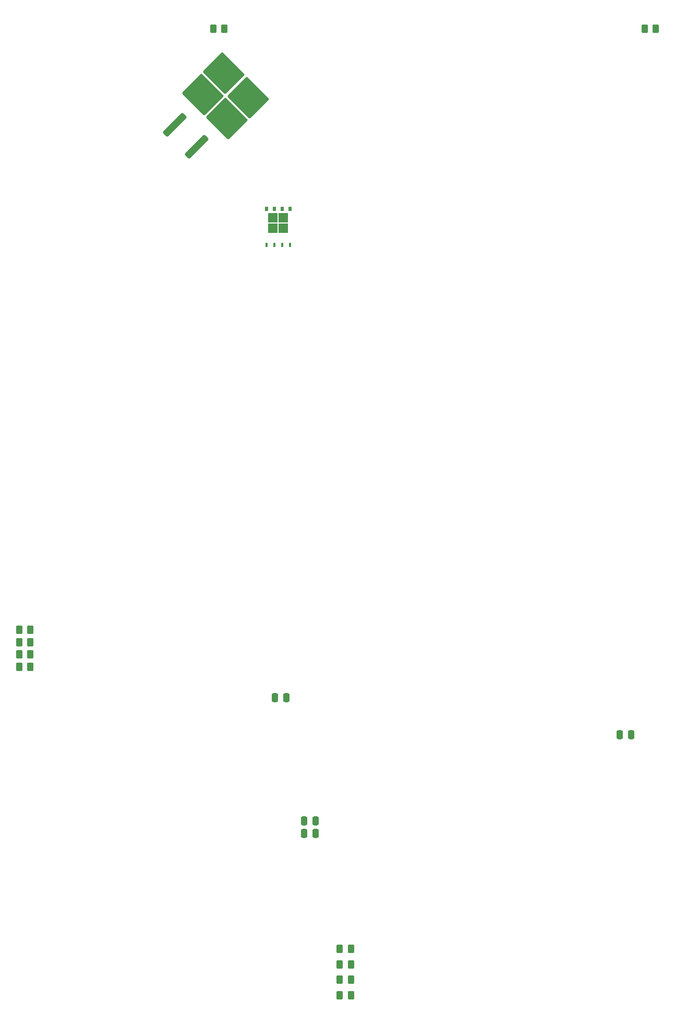
<source format=gbr>
%TF.GenerationSoftware,KiCad,Pcbnew,7.0.6-0*%
%TF.CreationDate,2023-09-15T15:09:58+10:00*%
%TF.ProjectId,Main 3.1,4d61696e-2033-42e3-912e-6b696361645f,rev?*%
%TF.SameCoordinates,Original*%
%TF.FileFunction,Paste,Top*%
%TF.FilePolarity,Positive*%
%FSLAX46Y46*%
G04 Gerber Fmt 4.6, Leading zero omitted, Abs format (unit mm)*
G04 Created by KiCad (PCBNEW 7.0.6-0) date 2023-09-15 15:09:58*
%MOMM*%
%LPD*%
G01*
G04 APERTURE LIST*
G04 Aperture macros list*
%AMRoundRect*
0 Rectangle with rounded corners*
0 $1 Rounding radius*
0 $2 $3 $4 $5 $6 $7 $8 $9 X,Y pos of 4 corners*
0 Add a 4 corners polygon primitive as box body*
4,1,4,$2,$3,$4,$5,$6,$7,$8,$9,$2,$3,0*
0 Add four circle primitives for the rounded corners*
1,1,$1+$1,$2,$3*
1,1,$1+$1,$4,$5*
1,1,$1+$1,$6,$7*
1,1,$1+$1,$8,$9*
0 Add four rect primitives between the rounded corners*
20,1,$1+$1,$2,$3,$4,$5,0*
20,1,$1+$1,$4,$5,$6,$7,0*
20,1,$1+$1,$6,$7,$8,$9,0*
20,1,$1+$1,$8,$9,$2,$3,0*%
G04 Aperture macros list end*
%ADD10RoundRect,0.250000X0.262500X0.450000X-0.262500X0.450000X-0.262500X-0.450000X0.262500X-0.450000X0*%
%ADD11RoundRect,0.250000X0.250000X0.475000X-0.250000X0.475000X-0.250000X-0.475000X0.250000X-0.475000X0*%
%ADD12RoundRect,0.250000X-0.262500X-0.450000X0.262500X-0.450000X0.262500X0.450000X-0.262500X0.450000X0*%
%ADD13R,1.500000X1.500000*%
%ADD14R,0.500000X0.750000*%
%ADD15R,0.400000X0.750000*%
%ADD16RoundRect,0.250000X-1.237437X-1.661701X1.661701X1.237437X1.237437X1.661701X-1.661701X-1.237437X0*%
%ADD17RoundRect,0.250000X0.247487X-3.111270X3.111270X-0.247487X-0.247487X3.111270X-3.111270X0.247487X0*%
G04 APERTURE END LIST*
D10*
%TO.C,R11*%
X136412500Y-219250000D03*
X134587500Y-219250000D03*
%TD*%
D11*
%TO.C,C1*%
X130700000Y-198500000D03*
X128800000Y-198500000D03*
%TD*%
D12*
%TO.C,R13*%
X184087500Y-70000000D03*
X185912500Y-70000000D03*
%TD*%
D10*
%TO.C,R7*%
X84412500Y-173500000D03*
X82587500Y-173500000D03*
%TD*%
%TO.C,R5*%
X84412500Y-167500000D03*
X82587500Y-167500000D03*
%TD*%
D11*
%TO.C,C7*%
X130700000Y-200500000D03*
X128800000Y-200500000D03*
%TD*%
%TO.C,C8*%
X125950000Y-178500000D03*
X124050000Y-178500000D03*
%TD*%
D10*
%TO.C,R9*%
X136412500Y-226750000D03*
X134587500Y-226750000D03*
%TD*%
%TO.C,R12*%
X136412500Y-221750000D03*
X134587500Y-221750000D03*
%TD*%
%TO.C,R1*%
X84412500Y-171500000D03*
X82587500Y-171500000D03*
%TD*%
D11*
%TO.C,C9*%
X181950000Y-184500000D03*
X180050000Y-184500000D03*
%TD*%
D10*
%TO.C,R10*%
X136412500Y-224250000D03*
X134587500Y-224250000D03*
%TD*%
D13*
%TO.C,Q1*%
X123765000Y-102355000D03*
X125465000Y-102355000D03*
X123765000Y-100655000D03*
X125465000Y-100655000D03*
D14*
X122710000Y-99250000D03*
X123980000Y-99250000D03*
X125250000Y-99250000D03*
X126520000Y-99250000D03*
D15*
X122710000Y-105055000D03*
X123980000Y-105055000D03*
X125250000Y-105055000D03*
X126520000Y-105055000D03*
%TD*%
D12*
%TO.C,R14*%
X114087500Y-70000000D03*
X115912500Y-70000000D03*
%TD*%
D10*
%TO.C,R3*%
X84412500Y-169500000D03*
X82587500Y-169500000D03*
%TD*%
D16*
%TO.C,D4*%
X107794582Y-85613316D03*
D17*
X112383705Y-80691852D03*
X116308148Y-84616295D03*
X115813173Y-77262385D03*
X119737615Y-81186827D03*
D16*
X111386684Y-89205418D03*
%TD*%
M02*

</source>
